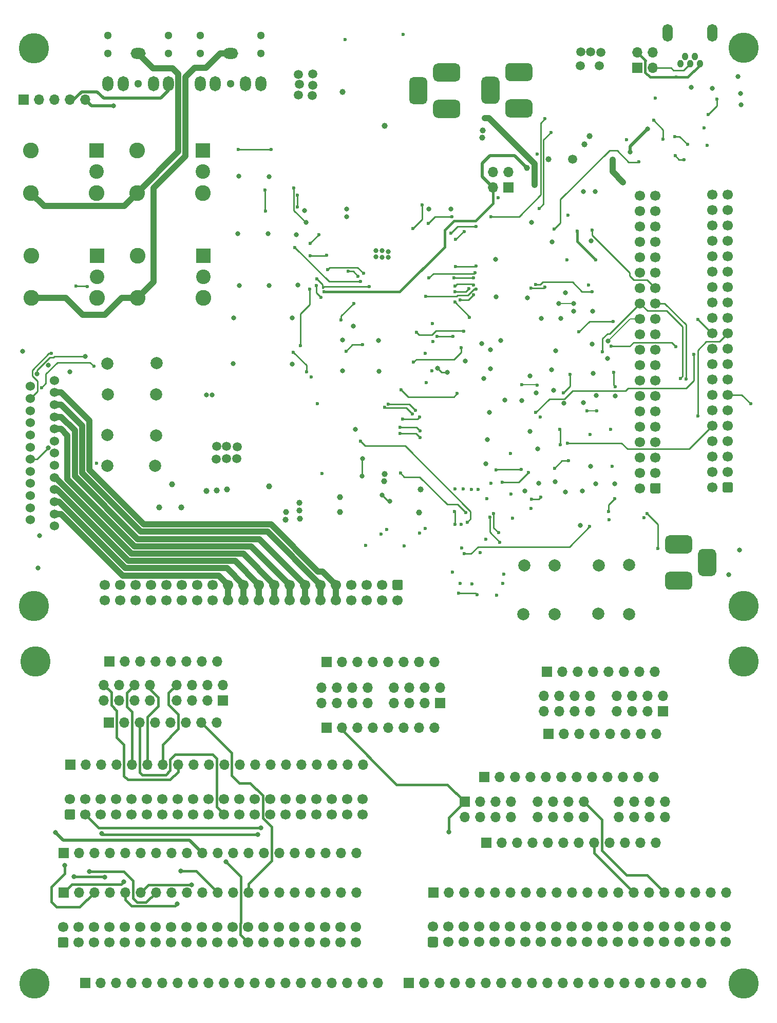
<source format=gbr>
G04 #@! TF.GenerationSoftware,KiCad,Pcbnew,5.1.7-a382d34a8~88~ubuntu20.04.1*
G04 #@! TF.CreationDate,2021-03-14T14:40:06-05:00*
G04 #@! TF.ProjectId,open-dash-daughterboard,6f70656e-2d64-4617-9368-2d6461756768,rev?*
G04 #@! TF.SameCoordinates,Original*
G04 #@! TF.FileFunction,Copper,L4,Bot*
G04 #@! TF.FilePolarity,Positive*
%FSLAX46Y46*%
G04 Gerber Fmt 4.6, Leading zero omitted, Abs format (unit mm)*
G04 Created by KiCad (PCBNEW 5.1.7-a382d34a8~88~ubuntu20.04.1) date 2021-03-14 14:40:06*
%MOMM*%
%LPD*%
G01*
G04 APERTURE LIST*
G04 #@! TA.AperFunction,ComponentPad*
%ADD10C,1.700000*%
G04 #@! TD*
G04 #@! TA.AperFunction,ComponentPad*
%ADD11C,5.000000*%
G04 #@! TD*
G04 #@! TA.AperFunction,ComponentPad*
%ADD12O,1.700000X1.700000*%
G04 #@! TD*
G04 #@! TA.AperFunction,ComponentPad*
%ADD13R,1.700000X1.700000*%
G04 #@! TD*
G04 #@! TA.AperFunction,ComponentPad*
%ADD14O,1.000000X1.300000*%
G04 #@! TD*
G04 #@! TA.AperFunction,ComponentPad*
%ADD15O,1.700000X2.900000*%
G04 #@! TD*
G04 #@! TA.AperFunction,ComponentPad*
%ADD16C,2.400000*%
G04 #@! TD*
G04 #@! TA.AperFunction,ComponentPad*
%ADD17C,2.600000*%
G04 #@! TD*
G04 #@! TA.AperFunction,ComponentPad*
%ADD18R,2.400000X2.400000*%
G04 #@! TD*
G04 #@! TA.AperFunction,ComponentPad*
%ADD19C,1.524000*%
G04 #@! TD*
G04 #@! TA.AperFunction,ComponentPad*
%ADD20O,1.800000X2.500000*%
G04 #@! TD*
G04 #@! TA.AperFunction,ComponentPad*
%ADD21C,1.300000*%
G04 #@! TD*
G04 #@! TA.AperFunction,ComponentPad*
%ADD22O,2.500000X1.800000*%
G04 #@! TD*
G04 #@! TA.AperFunction,ViaPad*
%ADD23C,2.000000*%
G04 #@! TD*
G04 #@! TA.AperFunction,ViaPad*
%ADD24C,1.000000*%
G04 #@! TD*
G04 #@! TA.AperFunction,ViaPad*
%ADD25C,0.800000*%
G04 #@! TD*
G04 #@! TA.AperFunction,ViaPad*
%ADD26C,0.600000*%
G04 #@! TD*
G04 #@! TA.AperFunction,ViaPad*
%ADD27C,1.500000*%
G04 #@! TD*
G04 #@! TA.AperFunction,Conductor*
%ADD28C,0.500000*%
G04 #@! TD*
G04 #@! TA.AperFunction,Conductor*
%ADD29C,0.250000*%
G04 #@! TD*
G04 #@! TA.AperFunction,Conductor*
%ADD30C,0.400000*%
G04 #@! TD*
G04 #@! TA.AperFunction,Conductor*
%ADD31C,1.000000*%
G04 #@! TD*
G04 #@! TA.AperFunction,Conductor*
%ADD32C,0.200000*%
G04 #@! TD*
G04 APERTURE END LIST*
D10*
X204030000Y-72870000D03*
X204030000Y-75410000D03*
X204030000Y-77950000D03*
X204030000Y-80490000D03*
X204030000Y-83030000D03*
X204030000Y-85570000D03*
X204030000Y-88110000D03*
X204030000Y-90650000D03*
X204030000Y-93190000D03*
X204030000Y-95730000D03*
X204030000Y-98270000D03*
X204030000Y-100810000D03*
X204030000Y-103350000D03*
X204030000Y-105890000D03*
X204030000Y-108430000D03*
X204030000Y-110970000D03*
X204030000Y-113510000D03*
X204030000Y-116050000D03*
X204030000Y-118590000D03*
X204030000Y-121130000D03*
X206570000Y-72870000D03*
X206570000Y-75410000D03*
X206570000Y-77950000D03*
X206570000Y-80490000D03*
X206570000Y-83030000D03*
X206570000Y-85570000D03*
X206570000Y-88110000D03*
X206570000Y-90650000D03*
X206570000Y-93190000D03*
X206570000Y-95730000D03*
X206570000Y-98270000D03*
X206570000Y-100810000D03*
X206570000Y-103350000D03*
X206570000Y-105890000D03*
X206570000Y-108430000D03*
X206570000Y-110970000D03*
X206570000Y-113510000D03*
X206570000Y-116050000D03*
X206570000Y-118590000D03*
G04 #@! TA.AperFunction,ComponentPad*
G36*
G01*
X207420000Y-120530000D02*
X207420000Y-121730000D01*
G75*
G02*
X207170000Y-121980000I-250000J0D01*
G01*
X205970000Y-121980000D01*
G75*
G02*
X205720000Y-121730000I0J250000D01*
G01*
X205720000Y-120530000D01*
G75*
G02*
X205970000Y-120280000I250000J0D01*
G01*
X207170000Y-120280000D01*
G75*
G02*
X207420000Y-120530000I0J-250000D01*
G01*
G37*
G04 #@! TD.AperFunction*
X192125000Y-73000000D03*
X192125000Y-75540000D03*
X192125000Y-78080000D03*
X192125000Y-80620000D03*
X192125000Y-83160000D03*
X192125000Y-85700000D03*
X192125000Y-88240000D03*
X192125000Y-90780000D03*
X192125000Y-93320000D03*
X192125000Y-95860000D03*
X192125000Y-98400000D03*
X192125000Y-100940000D03*
X192125000Y-103480000D03*
X192125000Y-106020000D03*
X192125000Y-108560000D03*
X192125000Y-111100000D03*
X192125000Y-113640000D03*
X192125000Y-116180000D03*
X192125000Y-118720000D03*
X192125000Y-121260000D03*
X194665000Y-73000000D03*
X194665000Y-75540000D03*
X194665000Y-78080000D03*
X194665000Y-80620000D03*
X194665000Y-83160000D03*
X194665000Y-85700000D03*
X194665000Y-88240000D03*
X194665000Y-90780000D03*
X194665000Y-93320000D03*
X194665000Y-95860000D03*
X194665000Y-98400000D03*
X194665000Y-100940000D03*
X194665000Y-103480000D03*
X194665000Y-106020000D03*
X194665000Y-108560000D03*
X194665000Y-111100000D03*
X194665000Y-113640000D03*
X194665000Y-116180000D03*
X194665000Y-118720000D03*
G04 #@! TA.AperFunction,ComponentPad*
G36*
G01*
X195515000Y-120660000D02*
X195515000Y-121860000D01*
G75*
G02*
X195265000Y-122110000I-250000J0D01*
G01*
X194065000Y-122110000D01*
G75*
G02*
X193815000Y-121860000I0J250000D01*
G01*
X193815000Y-120660000D01*
G75*
G02*
X194065000Y-120410000I250000J0D01*
G01*
X195265000Y-120410000D01*
G75*
G02*
X195515000Y-120660000I0J-250000D01*
G01*
G37*
G04 #@! TD.AperFunction*
X146400000Y-172510000D03*
X143860000Y-172510000D03*
X141320000Y-172510000D03*
X138780000Y-172510000D03*
X136240000Y-172510000D03*
X133700000Y-172510000D03*
X131160000Y-172510000D03*
X128620000Y-172510000D03*
X126080000Y-172510000D03*
X123540000Y-172510000D03*
X121000000Y-172510000D03*
X118460000Y-172510000D03*
X115920000Y-172510000D03*
X113380000Y-172510000D03*
X110840000Y-172510000D03*
X108300000Y-172510000D03*
X105760000Y-172510000D03*
X103220000Y-172510000D03*
X100680000Y-172510000D03*
X98140000Y-172510000D03*
X146400000Y-175050000D03*
X143860000Y-175050000D03*
X141320000Y-175050000D03*
X138780000Y-175050000D03*
X136240000Y-175050000D03*
X133700000Y-175050000D03*
X131160000Y-175050000D03*
X128620000Y-175050000D03*
X126080000Y-175050000D03*
X123540000Y-175050000D03*
X121000000Y-175050000D03*
X118460000Y-175050000D03*
X115920000Y-175050000D03*
X113380000Y-175050000D03*
X110840000Y-175050000D03*
X108300000Y-175050000D03*
X105760000Y-175050000D03*
X103220000Y-175050000D03*
X100680000Y-175050000D03*
G04 #@! TA.AperFunction,ComponentPad*
G36*
G01*
X98740000Y-175900000D02*
X97540000Y-175900000D01*
G75*
G02*
X97290000Y-175650000I0J250000D01*
G01*
X97290000Y-174450000D01*
G75*
G02*
X97540000Y-174200000I250000J0D01*
G01*
X98740000Y-174200000D01*
G75*
G02*
X98990000Y-174450000I0J-250000D01*
G01*
X98990000Y-175650000D01*
G75*
G02*
X98740000Y-175900000I-250000J0D01*
G01*
G37*
G04 #@! TD.AperFunction*
X206220000Y-193560000D03*
X203680000Y-193560000D03*
X201140000Y-193560000D03*
X198600000Y-193560000D03*
X196060000Y-193560000D03*
X193520000Y-193560000D03*
X190980000Y-193560000D03*
X188440000Y-193560000D03*
X185900000Y-193560000D03*
X183360000Y-193560000D03*
X180820000Y-193560000D03*
X178280000Y-193560000D03*
X175740000Y-193560000D03*
X173200000Y-193560000D03*
X170660000Y-193560000D03*
X168120000Y-193560000D03*
X165580000Y-193560000D03*
X163040000Y-193560000D03*
X160500000Y-193560000D03*
X157960000Y-193560000D03*
X206220000Y-196100000D03*
X203680000Y-196100000D03*
X201140000Y-196100000D03*
X198600000Y-196100000D03*
X196060000Y-196100000D03*
X193520000Y-196100000D03*
X190980000Y-196100000D03*
X188440000Y-196100000D03*
X185900000Y-196100000D03*
X183360000Y-196100000D03*
X180820000Y-196100000D03*
X178280000Y-196100000D03*
X175740000Y-196100000D03*
X173200000Y-196100000D03*
X170660000Y-196100000D03*
X168120000Y-196100000D03*
X165580000Y-196100000D03*
X163040000Y-196100000D03*
X160500000Y-196100000D03*
G04 #@! TA.AperFunction,ComponentPad*
G36*
G01*
X158560000Y-196950000D02*
X157360000Y-196950000D01*
G75*
G02*
X157110000Y-196700000I0J250000D01*
G01*
X157110000Y-195500000D01*
G75*
G02*
X157360000Y-195250000I250000J0D01*
G01*
X158560000Y-195250000D01*
G75*
G02*
X158810000Y-195500000I0J-250000D01*
G01*
X158810000Y-196700000D01*
G75*
G02*
X158560000Y-196950000I-250000J0D01*
G01*
G37*
G04 #@! TD.AperFunction*
X145260000Y-193620000D03*
X142720000Y-193620000D03*
X140180000Y-193620000D03*
X137640000Y-193620000D03*
X135100000Y-193620000D03*
X132560000Y-193620000D03*
X130020000Y-193620000D03*
X127480000Y-193620000D03*
X124940000Y-193620000D03*
X122400000Y-193620000D03*
X119860000Y-193620000D03*
X117320000Y-193620000D03*
X114780000Y-193620000D03*
X112240000Y-193620000D03*
X109700000Y-193620000D03*
X107160000Y-193620000D03*
X104620000Y-193620000D03*
X102080000Y-193620000D03*
X99540000Y-193620000D03*
X97000000Y-193620000D03*
X145260000Y-196160000D03*
X142720000Y-196160000D03*
X140180000Y-196160000D03*
X137640000Y-196160000D03*
X135100000Y-196160000D03*
X132560000Y-196160000D03*
X130020000Y-196160000D03*
X127480000Y-196160000D03*
X124940000Y-196160000D03*
X122400000Y-196160000D03*
X119860000Y-196160000D03*
X117320000Y-196160000D03*
X114780000Y-196160000D03*
X112240000Y-196160000D03*
X109700000Y-196160000D03*
X107160000Y-196160000D03*
X104620000Y-196160000D03*
X102080000Y-196160000D03*
X99540000Y-196160000D03*
G04 #@! TA.AperFunction,ComponentPad*
G36*
G01*
X97600000Y-197010000D02*
X96400000Y-197010000D01*
G75*
G02*
X96150000Y-196760000I0J250000D01*
G01*
X96150000Y-195560000D01*
G75*
G02*
X96400000Y-195310000I250000J0D01*
G01*
X97600000Y-195310000D01*
G75*
G02*
X97850000Y-195560000I0J-250000D01*
G01*
X97850000Y-196760000D01*
G75*
G02*
X97600000Y-197010000I-250000J0D01*
G01*
G37*
G04 #@! TD.AperFunction*
D11*
X92260000Y-202920000D03*
X209160000Y-149820000D03*
X92460000Y-149820000D03*
X209160000Y-202920000D03*
D12*
X194740000Y-179720000D03*
X192200000Y-179720000D03*
X189660000Y-179720000D03*
X187120000Y-179720000D03*
X184580000Y-179720000D03*
X182040000Y-179720000D03*
X179500000Y-179720000D03*
X176960000Y-179720000D03*
X174420000Y-179720000D03*
X171880000Y-179720000D03*
X169340000Y-179720000D03*
D13*
X166800000Y-179720000D03*
D12*
X188600000Y-175520000D03*
X191140000Y-172980000D03*
X196220000Y-175520000D03*
X188600000Y-172980000D03*
X193680000Y-175520000D03*
X196220000Y-172980000D03*
X191140000Y-175520000D03*
X193680000Y-172980000D03*
D13*
X163250000Y-172980000D03*
D12*
X163250000Y-175520000D03*
X165790000Y-172980000D03*
X165790000Y-175520000D03*
X168330000Y-172980000D03*
X168330000Y-175520000D03*
X170870000Y-172980000D03*
X170870000Y-175520000D03*
X175250000Y-172980000D03*
X175250000Y-175520000D03*
X177790000Y-172980000D03*
X177790000Y-175520000D03*
X180330000Y-172980000D03*
X180330000Y-175520000D03*
X182870000Y-172980000D03*
X182870000Y-175520000D03*
X194340000Y-168920000D03*
X191800000Y-168920000D03*
X189260000Y-168920000D03*
X186720000Y-168920000D03*
X184180000Y-168920000D03*
X181640000Y-168920000D03*
X179100000Y-168920000D03*
X176560000Y-168920000D03*
X174020000Y-168920000D03*
X171480000Y-168920000D03*
X168940000Y-168920000D03*
D13*
X166400000Y-168920000D03*
D12*
X146420000Y-166820000D03*
X143880000Y-166820000D03*
X141340000Y-166820000D03*
X138800000Y-166820000D03*
X136260000Y-166820000D03*
X133720000Y-166820000D03*
X131180000Y-166820000D03*
X128640000Y-166820000D03*
X126100000Y-166820000D03*
X123560000Y-166820000D03*
X121020000Y-166820000D03*
X118480000Y-166820000D03*
X115940000Y-166820000D03*
X113400000Y-166820000D03*
X110860000Y-166820000D03*
X108320000Y-166820000D03*
X105780000Y-166820000D03*
X103240000Y-166820000D03*
X100700000Y-166820000D03*
D13*
X98160000Y-166820000D03*
D12*
X145320000Y-181420000D03*
X142780000Y-181420000D03*
X140240000Y-181420000D03*
X137700000Y-181420000D03*
X135160000Y-181420000D03*
X132620000Y-181420000D03*
X130080000Y-181420000D03*
X127540000Y-181420000D03*
X125000000Y-181420000D03*
X122460000Y-181420000D03*
X119920000Y-181420000D03*
X117380000Y-181420000D03*
X114840000Y-181420000D03*
X112300000Y-181420000D03*
X109760000Y-181420000D03*
X107220000Y-181420000D03*
X104680000Y-181420000D03*
X102140000Y-181420000D03*
X99600000Y-181420000D03*
D13*
X97060000Y-181420000D03*
D12*
X194520000Y-151500000D03*
X191980000Y-151500000D03*
X189440000Y-151500000D03*
X186900000Y-151500000D03*
X184360000Y-151500000D03*
X181820000Y-151500000D03*
X179280000Y-151500000D03*
D13*
X176740000Y-151500000D03*
D12*
X176290000Y-155520000D03*
X176290000Y-158060000D03*
X178830000Y-155520000D03*
X178830000Y-158060000D03*
X181370000Y-155520000D03*
X181370000Y-158060000D03*
X183910000Y-155520000D03*
X183910000Y-158060000D03*
X188290000Y-155520000D03*
X188290000Y-158060000D03*
X190830000Y-155520000D03*
X190830000Y-158060000D03*
X193370000Y-155520000D03*
X193370000Y-158060000D03*
X195910000Y-155520000D03*
D13*
X195910000Y-158060000D03*
D12*
X194820000Y-161800000D03*
X192280000Y-161800000D03*
X189740000Y-161800000D03*
X187200000Y-161800000D03*
X184660000Y-161800000D03*
X182120000Y-161800000D03*
X179580000Y-161800000D03*
D13*
X177040000Y-161800000D03*
D12*
X202280000Y-202820000D03*
X199740000Y-202820000D03*
X197200000Y-202820000D03*
X194660000Y-202820000D03*
X192120000Y-202820000D03*
X189580000Y-202820000D03*
X187040000Y-202820000D03*
X184500000Y-202820000D03*
X181960000Y-202820000D03*
X179420000Y-202820000D03*
X176880000Y-202820000D03*
X174340000Y-202820000D03*
X171800000Y-202820000D03*
X169260000Y-202820000D03*
X166720000Y-202820000D03*
X164180000Y-202820000D03*
X161640000Y-202820000D03*
X159100000Y-202820000D03*
X156560000Y-202820000D03*
D13*
X154020000Y-202820000D03*
D12*
X206320000Y-187920000D03*
X203780000Y-187920000D03*
X201240000Y-187920000D03*
X198700000Y-187920000D03*
X196160000Y-187920000D03*
X193620000Y-187920000D03*
X191080000Y-187920000D03*
X188540000Y-187920000D03*
X186000000Y-187920000D03*
X183460000Y-187920000D03*
X180920000Y-187920000D03*
X178380000Y-187920000D03*
X175840000Y-187920000D03*
X173300000Y-187920000D03*
X170760000Y-187920000D03*
X168220000Y-187920000D03*
X165680000Y-187920000D03*
X163140000Y-187920000D03*
X160600000Y-187920000D03*
D13*
X158060000Y-187920000D03*
D12*
X122400000Y-149850000D03*
X119860000Y-149850000D03*
X117320000Y-149850000D03*
X114780000Y-149850000D03*
X112240000Y-149850000D03*
X109700000Y-149850000D03*
X107160000Y-149850000D03*
D13*
X104620000Y-149850000D03*
D12*
X103700000Y-153700000D03*
X103700000Y-156240000D03*
X106240000Y-153700000D03*
X106240000Y-156240000D03*
X108780000Y-153700000D03*
X108780000Y-156240000D03*
X111320000Y-153700000D03*
X111320000Y-156240000D03*
X115700000Y-153700000D03*
X115700000Y-156240000D03*
X118240000Y-153700000D03*
X118240000Y-156240000D03*
X120780000Y-153700000D03*
X120780000Y-156240000D03*
X123320000Y-153700000D03*
D13*
X123320000Y-156240000D03*
D12*
X122350000Y-159890000D03*
X119810000Y-159890000D03*
X117270000Y-159890000D03*
X114730000Y-159890000D03*
X112190000Y-159890000D03*
X109650000Y-159890000D03*
X107110000Y-159890000D03*
D13*
X104570000Y-159890000D03*
D12*
X145320000Y-187920000D03*
X142780000Y-187920000D03*
X140240000Y-187920000D03*
X137700000Y-187920000D03*
X135160000Y-187920000D03*
X132620000Y-187920000D03*
X130080000Y-187920000D03*
X127540000Y-187920000D03*
X125000000Y-187920000D03*
X122460000Y-187920000D03*
X119920000Y-187920000D03*
X117380000Y-187920000D03*
X114840000Y-187920000D03*
X112300000Y-187920000D03*
X109760000Y-187920000D03*
X107220000Y-187920000D03*
X104680000Y-187920000D03*
X102140000Y-187920000D03*
X99600000Y-187920000D03*
D13*
X97060000Y-187920000D03*
D12*
X148920000Y-202820000D03*
X146380000Y-202820000D03*
X143840000Y-202820000D03*
X141300000Y-202820000D03*
X138760000Y-202820000D03*
X136220000Y-202820000D03*
X133680000Y-202820000D03*
X131140000Y-202820000D03*
X128600000Y-202820000D03*
X126060000Y-202820000D03*
X123520000Y-202820000D03*
X120980000Y-202820000D03*
X118440000Y-202820000D03*
X115900000Y-202820000D03*
X113360000Y-202820000D03*
X110820000Y-202820000D03*
X108280000Y-202820000D03*
X105740000Y-202820000D03*
X103200000Y-202820000D03*
D13*
X100660000Y-202820000D03*
D12*
X158210000Y-149920000D03*
X155670000Y-149920000D03*
X153130000Y-149920000D03*
X150590000Y-149920000D03*
X148050000Y-149920000D03*
X145510000Y-149920000D03*
X142970000Y-149920000D03*
D13*
X140430000Y-149920000D03*
D12*
X139570000Y-154130000D03*
X139570000Y-156670000D03*
X142110000Y-154130000D03*
X142110000Y-156670000D03*
X144650000Y-154130000D03*
X144650000Y-156670000D03*
X147190000Y-154130000D03*
X147190000Y-156670000D03*
X151570000Y-154130000D03*
X151570000Y-156670000D03*
X154110000Y-154130000D03*
X154110000Y-156670000D03*
X156650000Y-154130000D03*
X156650000Y-156670000D03*
X159190000Y-154130000D03*
D13*
X159190000Y-156670000D03*
D12*
X158210000Y-160720000D03*
X155670000Y-160720000D03*
X153130000Y-160720000D03*
X150590000Y-160720000D03*
X148050000Y-160720000D03*
X145510000Y-160720000D03*
X142970000Y-160720000D03*
D13*
X140430000Y-160720000D03*
D12*
X194200000Y-49430000D03*
X194200000Y-51970000D03*
X191660000Y-49430000D03*
D13*
X191660000Y-51970000D03*
D14*
X198757400Y-51284600D03*
X201957800Y-51284600D03*
X201170400Y-50090800D03*
X199544800Y-50065400D03*
X200357600Y-51284600D03*
D15*
X196700000Y-46230000D03*
X203989800Y-46230000D03*
G04 #@! TA.AperFunction,ComponentPad*
G36*
G01*
X170640000Y-57160000D02*
X173640000Y-57160000D01*
G75*
G02*
X174390000Y-57910000I0J-750000D01*
G01*
X174390000Y-59410000D01*
G75*
G02*
X173640000Y-60160000I-750000J0D01*
G01*
X170640000Y-60160000D01*
G75*
G02*
X169890000Y-59410000I0J750000D01*
G01*
X169890000Y-57910000D01*
G75*
G02*
X170640000Y-57160000I750000J0D01*
G01*
G37*
G04 #@! TD.AperFunction*
G04 #@! TA.AperFunction,ComponentPad*
G36*
G01*
X170640000Y-51160000D02*
X173640000Y-51160000D01*
G75*
G02*
X174390000Y-51910000I0J-750000D01*
G01*
X174390000Y-53410000D01*
G75*
G02*
X173640000Y-54160000I-750000J0D01*
G01*
X170640000Y-54160000D01*
G75*
G02*
X169890000Y-53410000I0J750000D01*
G01*
X169890000Y-51910000D01*
G75*
G02*
X170640000Y-51160000I750000J0D01*
G01*
G37*
G04 #@! TD.AperFunction*
G04 #@! TA.AperFunction,ComponentPad*
G36*
G01*
X166690000Y-53410000D02*
X168190000Y-53410000D01*
G75*
G02*
X168940000Y-54160000I0J-750000D01*
G01*
X168940000Y-57160000D01*
G75*
G02*
X168190000Y-57910000I-750000J0D01*
G01*
X166690000Y-57910000D01*
G75*
G02*
X165940000Y-57160000I0J750000D01*
G01*
X165940000Y-54160000D01*
G75*
G02*
X166690000Y-53410000I750000J0D01*
G01*
G37*
G04 #@! TD.AperFunction*
D10*
X103900000Y-139740000D03*
X106440000Y-139740000D03*
X108980000Y-139740000D03*
X111520000Y-139740000D03*
X114060000Y-139740000D03*
X116600000Y-139740000D03*
X119140000Y-139740000D03*
X121680000Y-139740000D03*
X124220000Y-139740000D03*
X126760000Y-139740000D03*
X129300000Y-139740000D03*
X131840000Y-139740000D03*
X134380000Y-139740000D03*
X136920000Y-139740000D03*
X139460000Y-139740000D03*
X142000000Y-139740000D03*
X144540000Y-139740000D03*
X147080000Y-139740000D03*
X149620000Y-139740000D03*
X152160000Y-139740000D03*
X103900000Y-137200000D03*
X106440000Y-137200000D03*
X108980000Y-137200000D03*
X111520000Y-137200000D03*
X114060000Y-137200000D03*
X116600000Y-137200000D03*
X119140000Y-137200000D03*
X121680000Y-137200000D03*
X124220000Y-137200000D03*
X126760000Y-137200000D03*
X129300000Y-137200000D03*
X131840000Y-137200000D03*
X134380000Y-137200000D03*
X136920000Y-137200000D03*
X139460000Y-137200000D03*
X142000000Y-137200000D03*
X144540000Y-137200000D03*
X147080000Y-137200000D03*
X149620000Y-137200000D03*
G04 #@! TA.AperFunction,ComponentPad*
G36*
G01*
X151560000Y-136350000D02*
X152760000Y-136350000D01*
G75*
G02*
X153010000Y-136600000I0J-250000D01*
G01*
X153010000Y-137800000D01*
G75*
G02*
X152760000Y-138050000I-250000J0D01*
G01*
X151560000Y-138050000D01*
G75*
G02*
X151310000Y-137800000I0J250000D01*
G01*
X151310000Y-136600000D01*
G75*
G02*
X151560000Y-136350000I250000J0D01*
G01*
G37*
G04 #@! TD.AperFunction*
D11*
X209160000Y-48620000D03*
X209160000Y-140720000D03*
X92200000Y-48700000D03*
X92200000Y-140700000D03*
D16*
X102475001Y-69075001D03*
D17*
X102475001Y-72575001D03*
D18*
X102475001Y-65575001D03*
D17*
X91675001Y-72575001D03*
X91675001Y-65575001D03*
D16*
X120025001Y-69075001D03*
D17*
X120025001Y-72575001D03*
D18*
X120025001Y-65575001D03*
D17*
X109225001Y-72575001D03*
X109225001Y-65575001D03*
D12*
X167870000Y-69120000D03*
X170410000Y-69120000D03*
X167870000Y-71660000D03*
D13*
X170410000Y-71660000D03*
G04 #@! TA.AperFunction,ComponentPad*
G36*
G01*
X158750000Y-57230000D02*
X161750000Y-57230000D01*
G75*
G02*
X162500000Y-57980000I0J-750000D01*
G01*
X162500000Y-59480000D01*
G75*
G02*
X161750000Y-60230000I-750000J0D01*
G01*
X158750000Y-60230000D01*
G75*
G02*
X158000000Y-59480000I0J750000D01*
G01*
X158000000Y-57980000D01*
G75*
G02*
X158750000Y-57230000I750000J0D01*
G01*
G37*
G04 #@! TD.AperFunction*
G04 #@! TA.AperFunction,ComponentPad*
G36*
G01*
X158750000Y-51230000D02*
X161750000Y-51230000D01*
G75*
G02*
X162500000Y-51980000I0J-750000D01*
G01*
X162500000Y-53480000D01*
G75*
G02*
X161750000Y-54230000I-750000J0D01*
G01*
X158750000Y-54230000D01*
G75*
G02*
X158000000Y-53480000I0J750000D01*
G01*
X158000000Y-51980000D01*
G75*
G02*
X158750000Y-51230000I750000J0D01*
G01*
G37*
G04 #@! TD.AperFunction*
G04 #@! TA.AperFunction,ComponentPad*
G36*
G01*
X154800000Y-53480000D02*
X156300000Y-53480000D01*
G75*
G02*
X157050000Y-54230000I0J-750000D01*
G01*
X157050000Y-57230000D01*
G75*
G02*
X156300000Y-57980000I-750000J0D01*
G01*
X154800000Y-57980000D01*
G75*
G02*
X154050000Y-57230000I0J750000D01*
G01*
X154050000Y-54230000D01*
G75*
G02*
X154800000Y-53480000I750000J0D01*
G01*
G37*
G04 #@! TD.AperFunction*
G04 #@! TA.AperFunction,ComponentPad*
G36*
G01*
X199985000Y-132020000D02*
X196985000Y-132020000D01*
G75*
G02*
X196235000Y-131270000I0J750000D01*
G01*
X196235000Y-129770000D01*
G75*
G02*
X196985000Y-129020000I750000J0D01*
G01*
X199985000Y-129020000D01*
G75*
G02*
X200735000Y-129770000I0J-750000D01*
G01*
X200735000Y-131270000D01*
G75*
G02*
X199985000Y-132020000I-750000J0D01*
G01*
G37*
G04 #@! TD.AperFunction*
G04 #@! TA.AperFunction,ComponentPad*
G36*
G01*
X199985000Y-138020000D02*
X196985000Y-138020000D01*
G75*
G02*
X196235000Y-137270000I0J750000D01*
G01*
X196235000Y-135770000D01*
G75*
G02*
X196985000Y-135020000I750000J0D01*
G01*
X199985000Y-135020000D01*
G75*
G02*
X200735000Y-135770000I0J-750000D01*
G01*
X200735000Y-137270000D01*
G75*
G02*
X199985000Y-138020000I-750000J0D01*
G01*
G37*
G04 #@! TD.AperFunction*
G04 #@! TA.AperFunction,ComponentPad*
G36*
G01*
X203935000Y-135770000D02*
X202435000Y-135770000D01*
G75*
G02*
X201685000Y-135020000I0J750000D01*
G01*
X201685000Y-132020000D01*
G75*
G02*
X202435000Y-131270000I750000J0D01*
G01*
X203935000Y-131270000D01*
G75*
G02*
X204685000Y-132020000I0J-750000D01*
G01*
X204685000Y-135020000D01*
G75*
G02*
X203935000Y-135770000I-750000J0D01*
G01*
G37*
G04 #@! TD.AperFunction*
D19*
X91599500Y-120489600D03*
X91599500Y-118495700D03*
X91599500Y-110494700D03*
X91599500Y-124490100D03*
X91599500Y-114495200D03*
X91599500Y-122496200D03*
X91599500Y-112488600D03*
X91599500Y-116489100D03*
X91599500Y-104487600D03*
X91599500Y-126496700D03*
X91599500Y-106494200D03*
X91599500Y-108488100D03*
X95600000Y-109491400D03*
X95600000Y-107497500D03*
X95600000Y-103497000D03*
X95600000Y-105490900D03*
X95600000Y-111498000D03*
X95600000Y-117492400D03*
X95600000Y-115498500D03*
X95600000Y-113491900D03*
X95600000Y-119499000D03*
X95600000Y-121492900D03*
X95600000Y-123499500D03*
X95600000Y-125493400D03*
X95600000Y-127500000D03*
D13*
X90500000Y-57200000D03*
D12*
X93040000Y-57200000D03*
X95580000Y-57200000D03*
X98120000Y-57200000D03*
X100660000Y-57200000D03*
D20*
X127101900Y-54600000D03*
X122098100Y-54600000D03*
X119596200Y-54600000D03*
X129603800Y-54600000D03*
D21*
X124600000Y-54600000D03*
D22*
X124600000Y-49596200D03*
D21*
X129603800Y-49596200D03*
X119596200Y-49596200D03*
X119596200Y-46586300D03*
X129603800Y-46586300D03*
D20*
X111901900Y-54600000D03*
X106898100Y-54600000D03*
X104396200Y-54600000D03*
X114403800Y-54600000D03*
D21*
X109400000Y-54600000D03*
D22*
X109400000Y-49596200D03*
D21*
X114403800Y-49596200D03*
X104396200Y-49596200D03*
X104396200Y-46586300D03*
X114403800Y-46586300D03*
D16*
X102575001Y-86425001D03*
D17*
X102575001Y-89925001D03*
D18*
X102575001Y-82925001D03*
D17*
X91775001Y-89925001D03*
X91775001Y-82925001D03*
D16*
X120125001Y-86425001D03*
D17*
X120125001Y-89925001D03*
D18*
X120125001Y-82925001D03*
D17*
X109325001Y-89925001D03*
X109325001Y-82925001D03*
D23*
X178020000Y-133990000D03*
X173020000Y-133990000D03*
X185310000Y-134020000D03*
X190290000Y-133950000D03*
X104270000Y-112530000D03*
X104290000Y-117560000D03*
D24*
X115000000Y-120630000D03*
D25*
X121540000Y-105920000D03*
X120640000Y-105910000D03*
D23*
X104320000Y-100730000D03*
X104380000Y-105830000D03*
D24*
X150000000Y-61530000D03*
X143090000Y-55930000D03*
D25*
X181130000Y-92100000D03*
X184270000Y-92090000D03*
X187990000Y-106050000D03*
X175440000Y-120470000D03*
X184830000Y-120500000D03*
X187940000Y-120540000D03*
X206740000Y-135560000D03*
D24*
X122340000Y-121610000D03*
X120630000Y-121720000D03*
D26*
X168720000Y-73390000D03*
X187050000Y-126460000D03*
D25*
X184915879Y-105983783D03*
X186770000Y-99860000D03*
X177490000Y-101740000D03*
X172600000Y-106780000D03*
X169790000Y-106760000D03*
D26*
X175680000Y-109550000D03*
D25*
X178090000Y-120210000D03*
D26*
X170790000Y-115540000D03*
X187250000Y-111590000D03*
X187520000Y-117690000D03*
X183600000Y-87760000D03*
X171075994Y-126223462D03*
D25*
X184180000Y-97494979D03*
D24*
X166180000Y-62250000D03*
X166140000Y-63490000D03*
D23*
X172860000Y-142030000D03*
X178060000Y-142080000D03*
X185260000Y-141990000D03*
X190280000Y-142010000D03*
X112380000Y-112560000D03*
X112210000Y-117600000D03*
D24*
X142680000Y-125220000D03*
X142630000Y-122780000D03*
X149935596Y-120108283D03*
D26*
X156720000Y-127910000D03*
X155770000Y-128700000D03*
X149460000Y-128830000D03*
D25*
X125150000Y-93160000D03*
X134780000Y-93150000D03*
D23*
X112400000Y-100670000D03*
X112350000Y-105840000D03*
D27*
X182330000Y-49290000D03*
X183930000Y-49370000D03*
X185640000Y-49440000D03*
X182290000Y-51600000D03*
X185380000Y-51600000D03*
X135830000Y-53050000D03*
X135980000Y-54670000D03*
X135810000Y-56410000D03*
X138160000Y-52990000D03*
X138160000Y-54810000D03*
X138050000Y-56560000D03*
D25*
X143730000Y-75220000D03*
X136840000Y-75470000D03*
X130820000Y-79300000D03*
X125830000Y-79340000D03*
X125990000Y-69840000D03*
X130990000Y-69920000D03*
X126050000Y-87820000D03*
X130950000Y-87830000D03*
X93160000Y-129110000D03*
X92850000Y-134400000D03*
X173150000Y-121750000D03*
X179090000Y-93300000D03*
X175880000Y-93250000D03*
D27*
X123970000Y-114390000D03*
X125700000Y-114420000D03*
X122290000Y-114320000D03*
X122210000Y-116490000D03*
X123930000Y-116430000D03*
X125650000Y-116400000D03*
D26*
X139650000Y-118870000D03*
D25*
X149010000Y-96910000D03*
X149070000Y-102000000D03*
X143070000Y-101940000D03*
X143080000Y-96860000D03*
X144880000Y-94520000D03*
X160900000Y-75260000D03*
X157320000Y-75280000D03*
X174990000Y-105520000D03*
X168400000Y-89750000D03*
X168330000Y-83570000D03*
X174190000Y-77460000D03*
X174010000Y-102740000D03*
X184040000Y-80530000D03*
X182810000Y-72360000D03*
X184760000Y-72360000D03*
X200530000Y-55180000D03*
X208230000Y-53360000D03*
X208690000Y-56190000D03*
X208790000Y-58060000D03*
X177630000Y-80640000D03*
D26*
X138930000Y-107290000D03*
D25*
X208550000Y-131420000D03*
X167450000Y-101570000D03*
X163300000Y-100270000D03*
D26*
X150380000Y-128045010D03*
D25*
X98150000Y-102070000D03*
X94560000Y-100960000D03*
X90325010Y-98721398D03*
D24*
X130988371Y-120974436D03*
X112840000Y-124420000D03*
X116520000Y-124450000D03*
X124010000Y-121470000D03*
D26*
X102540000Y-117160000D03*
X202640000Y-61900000D03*
X203210000Y-64770000D03*
D27*
X181040000Y-67060000D03*
D26*
X194630000Y-56990000D03*
D25*
X204003315Y-55361333D03*
D26*
X180230000Y-76230000D03*
X180070000Y-83660000D03*
D25*
X173526294Y-89925010D03*
D26*
X157810000Y-101940000D03*
D25*
X182750000Y-107190000D03*
X183960000Y-117680000D03*
X184355837Y-102319990D03*
X182570000Y-121760000D03*
X179835033Y-121915033D03*
D26*
X174130000Y-124590000D03*
D25*
X179811878Y-89052802D03*
D26*
X143470000Y-47340000D03*
X153080000Y-46430000D03*
D25*
X182293283Y-127419991D03*
D26*
X156855010Y-103899352D03*
D25*
X167283631Y-108764979D03*
D26*
X183838787Y-112389975D03*
D25*
X166985161Y-113224839D03*
X175230000Y-114745010D03*
X177838879Y-105155837D03*
X173990000Y-111924957D03*
X145194990Y-111590000D03*
D26*
X189920000Y-63770000D03*
D25*
X178247721Y-98604979D03*
X179553439Y-107265010D03*
D26*
X157890000Y-94110000D03*
D24*
X182970000Y-64580000D03*
X183790000Y-63220000D03*
D25*
X149580000Y-82140000D03*
X149600000Y-83210000D03*
X150570000Y-82230000D03*
X150600000Y-83240000D03*
X148560000Y-82140000D03*
X148540000Y-83130000D03*
D26*
X175134979Y-66180000D03*
D24*
X177035010Y-67000000D03*
X133710000Y-126440000D03*
X133730000Y-125210000D03*
D26*
X162440000Y-136930000D03*
D24*
X155690691Y-125254990D03*
D25*
X166670000Y-117234948D03*
D26*
X164290000Y-121510000D03*
X169654968Y-135440000D03*
X166656709Y-129708482D03*
X162650000Y-127200000D03*
X170845055Y-122200000D03*
X161590000Y-121360000D03*
X203360000Y-59680000D03*
X204780000Y-57120000D03*
X181739999Y-78879999D03*
X184780000Y-83600000D03*
X140020000Y-88900000D03*
D25*
X190510000Y-65800000D03*
X193400000Y-62060000D03*
D24*
X173430000Y-68440000D03*
X150000000Y-118910000D03*
X155940000Y-121440000D03*
D26*
X146920000Y-130720000D03*
X153220000Y-130760000D03*
D25*
X134780000Y-100770000D03*
X125070000Y-100730000D03*
X135480000Y-79440000D03*
X135730000Y-87740000D03*
X165990000Y-97430000D03*
X167450000Y-98470000D03*
X169110000Y-96890000D03*
X166360000Y-103200000D03*
X143770000Y-76490000D03*
X137030000Y-77460000D03*
D26*
X137870000Y-102960000D03*
X157937191Y-97104052D03*
X156735010Y-99050000D03*
X135030000Y-71760000D03*
X167500000Y-76480000D03*
X176470000Y-60350000D03*
D24*
X136010000Y-126290000D03*
X135990000Y-123680000D03*
X136000000Y-124950000D03*
D26*
X166820883Y-122999729D03*
X161230000Y-135140000D03*
X164387949Y-137051450D03*
X167553637Y-120457195D03*
X165795799Y-131863772D03*
X162720000Y-131110000D03*
X168502334Y-138884990D03*
X169490000Y-136960000D03*
X165430000Y-121440000D03*
X163010011Y-121408614D03*
D24*
X166500000Y-60270000D03*
X174754979Y-71250000D03*
X187580000Y-67150000D03*
X189290000Y-70800000D03*
D26*
X95100000Y-99070000D03*
D25*
X94565021Y-114613138D03*
X186820000Y-97000000D03*
D26*
X199700000Y-103290000D03*
X184250000Y-78700000D03*
X168800000Y-128620000D03*
X167970215Y-125425886D03*
X210340000Y-107340000D03*
X168980000Y-130150000D03*
X167336631Y-126079471D03*
X174940000Y-108760000D03*
X200970000Y-99170000D03*
X201661726Y-109331519D03*
X138840000Y-86750000D03*
X147490000Y-88060000D03*
X157290000Y-86610000D03*
X164900000Y-85730000D03*
X177990000Y-78530000D03*
X191910000Y-67480000D03*
X180120000Y-113850000D03*
X198760000Y-103140000D03*
X185950000Y-98810000D03*
X161980000Y-105650000D03*
X152730000Y-105030000D03*
X192764454Y-126135237D03*
X163130000Y-132050000D03*
X183830000Y-127580000D03*
X195060000Y-131210000D03*
X193299025Y-125462613D03*
D25*
X150898544Y-123446776D03*
X149603074Y-122413262D03*
D26*
X161630000Y-127190000D03*
X161490000Y-125140000D03*
D25*
X160320000Y-102150000D03*
X158770000Y-101510000D03*
D26*
X163100000Y-78930000D03*
X161720000Y-80270000D03*
X160930000Y-79220000D03*
X165053467Y-78087476D03*
X162190000Y-138560000D03*
X165250000Y-138830000D03*
X143980000Y-85490000D03*
X145630000Y-86300000D03*
X165100000Y-88420000D03*
X174920000Y-87680000D03*
X184250000Y-88830000D03*
X156754990Y-89616140D03*
X137760000Y-80900000D03*
X139140000Y-79490000D03*
X157180000Y-77620000D03*
X161080000Y-76480000D03*
X199410000Y-67070000D03*
X197910000Y-66470000D03*
X194350000Y-60590000D03*
X195940000Y-63710000D03*
X199950000Y-64610000D03*
X197860000Y-63260000D03*
X136120000Y-97770000D03*
X137660000Y-88410000D03*
X137770000Y-82910000D03*
X140460000Y-82850000D03*
X142860000Y-93510000D03*
X144930000Y-90800000D03*
X154700000Y-78460000D03*
X156190000Y-74590000D03*
X130310000Y-72070000D03*
X130410000Y-75590000D03*
X135230000Y-81550000D03*
X146053529Y-87185010D03*
X161730000Y-84700000D03*
X165110000Y-84660000D03*
X175480000Y-75120000D03*
X177420000Y-62590000D03*
X93447326Y-104675043D03*
X102080000Y-101180000D03*
X140585010Y-85211599D03*
X146501925Y-85854990D03*
X99160000Y-87970000D03*
X100980000Y-88000000D03*
X173710000Y-118670000D03*
X178030000Y-117960000D03*
X180290000Y-116750000D03*
X169426544Y-120280067D03*
X172520000Y-118140000D03*
X168413204Y-118274979D03*
X152594957Y-112243615D03*
X155885021Y-112918118D03*
X155800705Y-109509148D03*
X152968561Y-109882696D03*
X178970000Y-114100000D03*
X178860000Y-111520000D03*
X179470000Y-105540000D03*
X180540000Y-102490000D03*
X162490000Y-90200000D03*
X176440000Y-88110000D03*
X164690000Y-89355010D03*
X174180000Y-88305010D03*
X158660000Y-96200000D03*
X161290000Y-96240000D03*
X155860600Y-111829385D03*
X152594957Y-111211879D03*
X161594990Y-90570000D03*
X164012062Y-93093668D03*
X161640000Y-88860000D03*
X163888913Y-88367189D03*
X161630000Y-87930000D03*
X164653239Y-87756356D03*
D25*
X146310000Y-119300000D03*
X146389165Y-116425010D03*
D26*
X161480000Y-86590000D03*
X164690872Y-86570000D03*
X154760000Y-100490000D03*
X162640000Y-98140000D03*
X187390000Y-97860000D03*
X198050000Y-97940000D03*
X143640000Y-98660000D03*
X146350000Y-97630000D03*
X155250000Y-95600000D03*
X182040000Y-95480000D03*
X187690000Y-93750000D03*
X201670000Y-93440000D03*
X163030000Y-95350000D03*
X125870000Y-65460000D03*
X131290000Y-65450000D03*
X139480000Y-89810000D03*
X135655010Y-74880000D03*
X135655010Y-72963380D03*
X138751524Y-87816714D03*
X146040000Y-113540000D03*
X137140000Y-102100000D03*
X134980000Y-98840000D03*
X163660000Y-126850000D03*
X152600000Y-118780000D03*
X163350000Y-125290000D03*
X198080000Y-53510000D03*
X186970000Y-125150000D03*
X187920000Y-123030000D03*
X174220000Y-123090000D03*
X175780000Y-122700000D03*
X187770000Y-102200000D03*
X188030713Y-104564990D03*
X185020000Y-108490000D03*
X183390000Y-108480000D03*
X172650000Y-104220000D03*
X175180000Y-104250000D03*
D25*
X181180000Y-90820000D03*
X178750000Y-90830000D03*
X129120000Y-178400000D03*
X103350000Y-178210000D03*
X129640000Y-177239990D03*
X160640000Y-177930000D03*
X123841888Y-182855475D03*
X95760000Y-178020000D03*
X98820000Y-185280000D03*
X103860000Y-185380000D03*
X116437084Y-184409017D03*
X101310000Y-184460000D03*
X115840000Y-189770000D03*
X97300000Y-183410000D03*
X106970000Y-186160021D03*
X118211376Y-186647200D03*
X100667510Y-99524043D03*
X92665010Y-102408823D03*
D26*
X154550000Y-109030000D03*
X149990000Y-107880000D03*
X155131379Y-108440345D03*
X150616807Y-107382877D03*
D25*
X105270000Y-58200000D03*
D28*
X123930000Y-116430000D02*
X123940000Y-116420000D01*
D29*
X204780000Y-58260000D02*
X204780000Y-57120000D01*
X203360000Y-59680000D02*
X204780000Y-58260000D01*
D30*
X181739999Y-80559999D02*
X184780000Y-83600000D01*
X181739999Y-78879999D02*
X181739999Y-80559999D01*
X140020000Y-88900000D02*
X152480000Y-88900000D01*
X152480000Y-88900000D02*
X159910000Y-81470000D01*
X159910000Y-81470000D02*
X159910000Y-78720000D01*
X159910000Y-78720000D02*
X161410000Y-77220000D01*
X161410000Y-77220000D02*
X164990000Y-77220000D01*
X167870000Y-74340000D02*
X167870000Y-71660000D01*
X164990000Y-77220000D02*
X167870000Y-74340000D01*
D28*
X167870000Y-71660000D02*
X166130000Y-69920000D01*
X166130000Y-69920000D02*
X166130000Y-67720000D01*
X166130000Y-67720000D02*
X167410000Y-66440000D01*
X190510000Y-64950000D02*
X193400000Y-62060000D01*
X190510000Y-65800000D02*
X190510000Y-64950000D01*
X171430000Y-66440000D02*
X173430000Y-68440000D01*
X167410000Y-66440000D02*
X171430000Y-66440000D01*
D29*
X135030000Y-75460000D02*
X137030000Y-77460000D01*
X135030000Y-71760000D02*
X135030000Y-75460000D01*
X167500000Y-76480000D02*
X172180000Y-76480000D01*
X175759989Y-72900011D02*
X175759989Y-61060011D01*
X172180000Y-76480000D02*
X175759989Y-72900011D01*
X175759989Y-61060011D02*
X176470000Y-60350000D01*
D31*
X166500000Y-60270000D02*
X167207106Y-60270000D01*
X174754979Y-67817873D02*
X174754979Y-71250000D01*
X167207106Y-60270000D02*
X174754979Y-67817873D01*
X187580000Y-69090000D02*
X189290000Y-70800000D01*
X187580000Y-67150000D02*
X187580000Y-69090000D01*
D29*
X92812977Y-103622977D02*
X91940000Y-102750000D01*
X91940000Y-102750000D02*
X91940000Y-101805736D01*
X92812977Y-105280723D02*
X92812977Y-103622977D01*
X91599500Y-106494200D02*
X92812977Y-105280723D01*
X91940000Y-101805736D02*
X94675736Y-99070000D01*
X94675736Y-99070000D02*
X95100000Y-99070000D01*
X92689059Y-116489100D02*
X94565021Y-114613138D01*
X91599500Y-116489100D02*
X92689059Y-116489100D01*
X194200000Y-51970000D02*
X197230000Y-51970000D01*
X197230000Y-51970000D02*
X197620000Y-52360000D01*
X199282200Y-52360000D02*
X200357600Y-51284600D01*
X197620000Y-52360000D02*
X199282200Y-52360000D01*
D32*
X190500000Y-93320000D02*
X192125000Y-93320000D01*
X186820000Y-97000000D02*
X190500000Y-93320000D01*
D29*
X199700000Y-94290000D02*
X199700000Y-103290000D01*
X196190000Y-90780000D02*
X199700000Y-94290000D01*
X194665000Y-90780000D02*
X196190000Y-90780000D01*
X184250000Y-79564002D02*
X190390000Y-85704002D01*
X184250000Y-78700000D02*
X184250000Y-79564002D01*
X190390000Y-85704002D02*
X190390000Y-86240000D01*
X190390000Y-86240000D02*
X191040000Y-86890000D01*
X193315000Y-86890000D02*
X194665000Y-88240000D01*
X191040000Y-86890000D02*
X193315000Y-86890000D01*
X168800000Y-128620000D02*
X167970215Y-127790215D01*
X167970215Y-127790215D02*
X167970215Y-125425886D01*
X208890000Y-105890000D02*
X206570000Y-105890000D01*
X210340000Y-107340000D02*
X208890000Y-105890000D01*
X168980000Y-130150000D02*
X167336631Y-128506631D01*
X167336631Y-128506631D02*
X167336631Y-126079471D01*
X174940000Y-108760000D02*
X177160000Y-106540000D01*
X177160000Y-106540000D02*
X179670000Y-106540000D01*
X179670000Y-106540000D02*
X181020000Y-105190000D01*
X181020000Y-105190000D02*
X189750000Y-105190000D01*
X189750000Y-105190000D02*
X190180000Y-104760000D01*
X190180000Y-104760000D02*
X199710000Y-104760000D01*
X200970000Y-103500000D02*
X200970000Y-99170000D01*
X199710000Y-104760000D02*
X200970000Y-103500000D01*
X203055001Y-97094999D02*
X201661726Y-98488274D01*
X201661726Y-98488274D02*
X201661726Y-109331519D01*
X206570000Y-95730000D02*
X205205001Y-97094999D01*
X205205001Y-97094999D02*
X203055001Y-97094999D01*
X138840000Y-86750000D02*
X139810000Y-87720000D01*
X139810000Y-87720000D02*
X139810000Y-88290000D01*
X140040000Y-88060000D02*
X147490000Y-88060000D01*
X139810000Y-88290000D02*
X140040000Y-88060000D01*
X157290000Y-86610000D02*
X158020000Y-85880000D01*
X164750000Y-85880000D02*
X164900000Y-85730000D01*
X158020000Y-85880000D02*
X164750000Y-85880000D01*
X177990000Y-78530000D02*
X179000000Y-77520000D01*
X179000000Y-77520000D02*
X179000000Y-73650000D01*
X179000000Y-73650000D02*
X187080000Y-65570000D01*
X187080000Y-65570000D02*
X188340000Y-65570000D01*
X188340000Y-65570000D02*
X190270000Y-67500000D01*
X191890000Y-67500000D02*
X191910000Y-67480000D01*
X190270000Y-67500000D02*
X191890000Y-67500000D01*
X180120000Y-113850000D02*
X189060000Y-113850000D01*
X200184999Y-114815001D02*
X204030000Y-110970000D01*
X190025001Y-114815001D02*
X200184999Y-114815001D01*
X189060000Y-113850000D02*
X190025001Y-114815001D01*
X192125000Y-90780000D02*
X193355000Y-92010000D01*
X193355000Y-92010000D02*
X196520000Y-92010000D01*
X196520000Y-92010000D02*
X199150000Y-94640000D01*
X199150000Y-102750000D02*
X198760000Y-103140000D01*
X199150000Y-94640000D02*
X199150000Y-102750000D01*
X192125000Y-90780000D02*
X192125000Y-91325000D01*
X192125000Y-90780000D02*
X187065000Y-95840000D01*
X187065000Y-95840000D02*
X186720000Y-95840000D01*
X185950000Y-96610000D02*
X185950000Y-98810000D01*
X186720000Y-95840000D02*
X185950000Y-96610000D01*
X161980000Y-105650000D02*
X161430000Y-106200000D01*
X153900000Y-106200000D02*
X152730000Y-105030000D01*
X161430000Y-106200000D02*
X153900000Y-106200000D01*
X163130000Y-132050000D02*
X164270000Y-132050000D01*
X164270000Y-132050000D02*
X165410000Y-130910000D01*
X180500000Y-130910000D02*
X183830000Y-127580000D01*
X165410000Y-130910000D02*
X180500000Y-130910000D01*
X195060000Y-127223588D02*
X193299025Y-125462613D01*
X195060000Y-131210000D02*
X195060000Y-127223588D01*
X150636588Y-123446776D02*
X150898544Y-123446776D01*
X149603074Y-122413262D02*
X150636588Y-123446776D01*
X161630000Y-125280000D02*
X161490000Y-125140000D01*
X161630000Y-127190000D02*
X161630000Y-125280000D01*
X159410000Y-102150000D02*
X158770000Y-101510000D01*
X160320000Y-102150000D02*
X159410000Y-102150000D01*
X163060000Y-78930000D02*
X161720000Y-80270000D01*
X163100000Y-78930000D02*
X163060000Y-78930000D01*
X160930000Y-79220000D02*
X162062524Y-78087476D01*
X162062524Y-78087476D02*
X165053467Y-78087476D01*
X162190000Y-138560000D02*
X164980000Y-138560000D01*
X164980000Y-138560000D02*
X165250000Y-138830000D01*
X144820000Y-85490000D02*
X145630000Y-86300000D01*
X143980000Y-85490000D02*
X144820000Y-85490000D01*
X174920000Y-87680000D02*
X175640000Y-87680000D01*
X175640000Y-87680000D02*
X176060000Y-87260000D01*
X176060000Y-87260000D02*
X180970000Y-87260000D01*
X180970000Y-87260000D02*
X182540000Y-88830000D01*
X182540000Y-88830000D02*
X184250000Y-88830000D01*
X165100000Y-88420000D02*
X164720000Y-88420000D01*
X164720000Y-88420000D02*
X163690000Y-89450000D01*
X161863860Y-89616140D02*
X156754990Y-89616140D01*
X163690000Y-89450000D02*
X162030000Y-89450000D01*
X162030000Y-89450000D02*
X161863860Y-89616140D01*
X137760000Y-80870000D02*
X139140000Y-79490000D01*
X137760000Y-80900000D02*
X137760000Y-80870000D01*
X158320000Y-76480000D02*
X161080000Y-76480000D01*
X157180000Y-77620000D02*
X158320000Y-76480000D01*
D31*
X129300000Y-137200000D02*
X129300000Y-139740000D01*
X125349982Y-133249982D02*
X129300000Y-137200000D01*
X95600000Y-121492900D02*
X96037547Y-121492900D01*
X96037547Y-121492900D02*
X107794629Y-133249982D01*
X107794629Y-133249982D02*
X125349982Y-133249982D01*
X136920000Y-137200000D02*
X136920000Y-139740000D01*
X98919978Y-111733748D02*
X98919978Y-119284120D01*
X129369949Y-129649949D02*
X136920000Y-137200000D01*
X96677630Y-109491400D02*
X98919978Y-111733748D01*
X109285807Y-129649949D02*
X129369949Y-129649949D01*
X95600000Y-109491400D02*
X96677630Y-109491400D01*
X98919978Y-119284120D02*
X109285807Y-129649949D01*
X124220000Y-137200000D02*
X124220000Y-139740000D01*
X106800505Y-135649999D02*
X122669999Y-135649999D01*
X95600000Y-125493400D02*
X96643906Y-125493400D01*
X122669999Y-135649999D02*
X124220000Y-137200000D01*
X96643906Y-125493400D02*
X106800505Y-135649999D01*
X96677630Y-105490900D02*
X101320000Y-110133270D01*
X95600000Y-105490900D02*
X96677630Y-105490900D01*
X101320000Y-110133270D02*
X101320000Y-118290001D01*
X110279921Y-127249922D02*
X131319922Y-127249922D01*
X101320000Y-118290001D02*
X110279921Y-127249922D01*
X131319922Y-127249922D02*
X139050000Y-134980000D01*
X139780000Y-134980000D02*
X142000000Y-137200000D01*
X139050000Y-134980000D02*
X139780000Y-134980000D01*
X142000000Y-137200000D02*
X142000000Y-139740000D01*
X95600000Y-107497500D02*
X96677630Y-107497500D01*
X96677630Y-107497500D02*
X100119989Y-110939859D01*
X100119989Y-110939859D02*
X100119989Y-118787060D01*
X109782867Y-128449938D02*
X130709938Y-128449938D01*
X130709938Y-128449938D02*
X139460000Y-137200000D01*
X100119989Y-118787060D02*
X109782867Y-128449938D01*
X139460000Y-137200000D02*
X139460000Y-139740000D01*
X126760000Y-137200000D02*
X126760000Y-139740000D01*
X96347077Y-123499500D02*
X107297570Y-134449993D01*
X107297570Y-134449993D02*
X124009993Y-134449993D01*
X124009993Y-134449993D02*
X126760000Y-137200000D01*
X95600000Y-123499500D02*
X96347077Y-123499500D01*
X95600000Y-111498000D02*
X96677630Y-111498000D01*
X128029960Y-130849960D02*
X134380000Y-137200000D01*
X97719967Y-119781180D02*
X108788747Y-130849960D01*
X97719967Y-112540337D02*
X97719967Y-119781180D01*
X96677630Y-111498000D02*
X97719967Y-112540337D01*
X108788747Y-130849960D02*
X128029960Y-130849960D01*
X134380000Y-137200000D02*
X134380000Y-139740000D01*
X131840000Y-137200000D02*
X131840000Y-139740000D01*
X95740717Y-119499000D02*
X108291688Y-132049971D01*
X95600000Y-119499000D02*
X95740717Y-119499000D01*
X108291688Y-132049971D02*
X126689971Y-132049971D01*
X126689971Y-132049971D02*
X131840000Y-137200000D01*
D29*
X198510000Y-67070000D02*
X197910000Y-66470000D01*
X199410000Y-67070000D02*
X198510000Y-67070000D01*
X195940000Y-62180000D02*
X195940000Y-63710000D01*
X194350000Y-60590000D02*
X195940000Y-62180000D01*
X198600000Y-63260000D02*
X197860000Y-63260000D01*
X199950000Y-64610000D02*
X198600000Y-63260000D01*
X136120000Y-97770000D02*
X136120000Y-92510000D01*
X137660000Y-90970000D02*
X137660000Y-88410000D01*
X136120000Y-92510000D02*
X137660000Y-90970000D01*
X140400000Y-82910000D02*
X140460000Y-82850000D01*
X137770000Y-82910000D02*
X140400000Y-82910000D01*
X142860000Y-92870000D02*
X144930000Y-90800000D01*
X142860000Y-93510000D02*
X142860000Y-92870000D01*
X156190000Y-76970000D02*
X156190000Y-74590000D01*
X154700000Y-78460000D02*
X156190000Y-76970000D01*
X130310000Y-75490000D02*
X130410000Y-75590000D01*
X130310000Y-72070000D02*
X130310000Y-75490000D01*
X140865010Y-87185010D02*
X146053529Y-87185010D01*
X135230000Y-81550000D02*
X140865010Y-87185010D01*
X165070000Y-84700000D02*
X165110000Y-84660000D01*
X161730000Y-84700000D02*
X165070000Y-84700000D01*
X175480000Y-75120000D02*
X176210000Y-74390000D01*
X176210000Y-74390000D02*
X176210000Y-63800000D01*
X176210000Y-63800000D02*
X177420000Y-62590000D01*
X93447326Y-104675043D02*
X94160000Y-103962369D01*
X94160000Y-103962369D02*
X94160000Y-102460000D01*
X94160000Y-102460000D02*
X96080000Y-100540000D01*
X101440000Y-100540000D02*
X102080000Y-101180000D01*
X96080000Y-100540000D02*
X101440000Y-100540000D01*
X145496935Y-84850000D02*
X146501925Y-85854990D01*
X140585010Y-85211599D02*
X140946609Y-84850000D01*
X140946609Y-84850000D02*
X145496935Y-84850000D01*
X100950000Y-87970000D02*
X100980000Y-88000000D01*
X99160000Y-87970000D02*
X100950000Y-87970000D01*
X179240000Y-116750000D02*
X180290000Y-116750000D01*
X178030000Y-117960000D02*
X179240000Y-116750000D01*
X173710000Y-118670000D02*
X172099933Y-120280067D01*
X172099933Y-120280067D02*
X169426544Y-120280067D01*
X172520000Y-118140000D02*
X168548183Y-118140000D01*
X168548183Y-118140000D02*
X168413204Y-118274979D01*
X155210518Y-112243615D02*
X152594957Y-112243615D01*
X155885021Y-112918118D02*
X155210518Y-112243615D01*
X155800705Y-109509148D02*
X155427157Y-109882696D01*
X155427157Y-109882696D02*
X152968561Y-109882696D01*
X178970000Y-111630000D02*
X178860000Y-111520000D01*
X178970000Y-114100000D02*
X178970000Y-111630000D01*
X180540000Y-104470000D02*
X180540000Y-102490000D01*
X179470000Y-105540000D02*
X180540000Y-104470000D01*
X163845010Y-90200000D02*
X164690000Y-89355010D01*
X162490000Y-90200000D02*
X163845010Y-90200000D01*
X176440000Y-88110000D02*
X176244990Y-88305010D01*
X176244990Y-88305010D02*
X174180000Y-88305010D01*
X161250000Y-96200000D02*
X161290000Y-96240000D01*
X158660000Y-96200000D02*
X161250000Y-96200000D01*
X155243094Y-111211879D02*
X152594957Y-111211879D01*
X155860600Y-111829385D02*
X155243094Y-111211879D01*
X161594990Y-90570000D02*
X164012062Y-92987072D01*
X164012062Y-92987072D02*
X164012062Y-93093668D01*
X161640000Y-88860000D02*
X163396102Y-88860000D01*
X163396102Y-88860000D02*
X163888913Y-88367189D01*
X161929999Y-87630001D02*
X164526884Y-87630001D01*
X164526884Y-87630001D02*
X164653239Y-87756356D01*
X161630000Y-87930000D02*
X161929999Y-87630001D01*
X146310000Y-119300000D02*
X146310000Y-116504175D01*
X146310000Y-116504175D02*
X146389165Y-116425010D01*
X161480000Y-86590000D02*
X164670872Y-86590000D01*
X164670872Y-86590000D02*
X164690872Y-86570000D01*
X154760000Y-100490000D02*
X155230000Y-100020000D01*
X155230000Y-100020000D02*
X161470000Y-100020000D01*
X162640000Y-98850000D02*
X162640000Y-98140000D01*
X161470000Y-100020000D02*
X162640000Y-98850000D01*
X187390000Y-97860000D02*
X190440000Y-97860000D01*
X197334999Y-97224999D02*
X198050000Y-97940000D01*
X191075001Y-97224999D02*
X197334999Y-97224999D01*
X190440000Y-97860000D02*
X191075001Y-97224999D01*
X144670000Y-97630000D02*
X146350000Y-97630000D01*
X143640000Y-98660000D02*
X144670000Y-97630000D01*
X183770000Y-93750000D02*
X187690000Y-93750000D01*
X182040000Y-95480000D02*
X183770000Y-93750000D01*
X203960000Y-95730000D02*
X204030000Y-95730000D01*
X201670000Y-93440000D02*
X203960000Y-95730000D01*
X162980000Y-95300000D02*
X163030000Y-95350000D01*
X158480000Y-95300000D02*
X162980000Y-95300000D01*
X157770000Y-96010000D02*
X158480000Y-95300000D01*
X155660000Y-96010000D02*
X157770000Y-96010000D01*
X155250000Y-95600000D02*
X155660000Y-96010000D01*
X131280000Y-65460000D02*
X131290000Y-65450000D01*
X125870000Y-65460000D02*
X131280000Y-65460000D01*
X135655010Y-72963380D02*
X135655010Y-74880000D01*
X138751524Y-89081524D02*
X138751524Y-87816714D01*
X139480000Y-89810000D02*
X138751524Y-89081524D01*
X146760000Y-114260000D02*
X146040000Y-113540000D01*
X137140000Y-102100000D02*
X137140000Y-101010000D01*
X134980000Y-98850000D02*
X134980000Y-98840000D01*
X137140000Y-101010000D02*
X134980000Y-98850000D01*
X152660000Y-114260000D02*
X151880000Y-114260000D01*
X151880000Y-114260000D02*
X146760000Y-114260000D01*
X163660000Y-126850000D02*
X164190000Y-126320000D01*
X164190000Y-126320000D02*
X164190000Y-125070000D01*
X153380000Y-114260000D02*
X151880000Y-114260000D01*
X164190000Y-125070000D02*
X153380000Y-114260000D01*
X152600000Y-118780000D02*
X153250000Y-119430000D01*
X153250000Y-119430000D02*
X155800000Y-119430000D01*
X155800000Y-119430000D02*
X160320000Y-123950000D01*
X162010000Y-123950000D02*
X163350000Y-125290000D01*
X160320000Y-123950000D02*
X162010000Y-123950000D01*
D30*
X191660000Y-49430000D02*
X193040000Y-50810000D01*
X192949999Y-50900001D02*
X192949999Y-52699999D01*
X193040000Y-50810000D02*
X192949999Y-50900001D01*
X193760000Y-53510000D02*
X198080000Y-53510000D01*
X192949999Y-52699999D02*
X193760000Y-53510000D01*
X201957800Y-51284600D02*
X201957800Y-51562200D01*
X200010000Y-53510000D02*
X198080000Y-53510000D01*
X201957800Y-51562200D02*
X200010000Y-53510000D01*
D31*
X116003810Y-65796192D02*
X109225001Y-72575001D01*
X109400000Y-49596200D02*
X111833800Y-52030000D01*
X111833800Y-52030000D02*
X115074691Y-52030000D01*
X115074691Y-52030000D02*
X116003810Y-52959119D01*
X116003810Y-52959119D02*
X116003810Y-65796192D01*
X109225001Y-72575001D02*
X107060002Y-74740000D01*
X93840000Y-74740000D02*
X91675001Y-72575001D01*
X107060002Y-74740000D02*
X93840000Y-74740000D01*
X124600000Y-49596200D02*
X122913800Y-49596200D01*
X122913800Y-49596200D02*
X120560000Y-51950000D01*
X120560000Y-51950000D02*
X118710000Y-51950000D01*
X117203821Y-53456179D02*
X117203821Y-66536179D01*
X118710000Y-51950000D02*
X117203821Y-53456179D01*
X117203821Y-66536179D02*
X111950000Y-71790000D01*
X111950000Y-87300002D02*
X109325001Y-89925001D01*
X111950000Y-71790000D02*
X111950000Y-87300002D01*
X91775001Y-89925001D02*
X97455001Y-89925001D01*
X97455001Y-89925001D02*
X100190000Y-92660000D01*
X100190000Y-92660000D02*
X103910000Y-92660000D01*
X106644999Y-89925001D02*
X109325001Y-89925001D01*
X103910000Y-92660000D02*
X106644999Y-89925001D01*
D29*
X186970000Y-123980000D02*
X187920000Y-123030000D01*
X186970000Y-125150000D02*
X186970000Y-123980000D01*
X175390000Y-123090000D02*
X175780000Y-122700000D01*
X174220000Y-123090000D02*
X175390000Y-123090000D01*
X187770000Y-102200000D02*
X187770000Y-104304277D01*
X187770000Y-104304277D02*
X188030713Y-104564990D01*
D32*
X185008905Y-108501095D02*
X185020000Y-108490000D01*
X183399980Y-108501095D02*
X185008905Y-108501095D01*
X183399980Y-108489980D02*
X183390000Y-108480000D01*
X183399980Y-108501095D02*
X183399980Y-108489980D01*
X175150000Y-104220000D02*
X175180000Y-104250000D01*
X172650000Y-104220000D02*
X175150000Y-104220000D01*
X178760000Y-90820000D02*
X178750000Y-90830000D01*
X181180000Y-90820000D02*
X178760000Y-90820000D01*
D30*
X103540000Y-178400000D02*
X103350000Y-178210000D01*
X129120000Y-178400000D02*
X103540000Y-178400000D01*
X100680000Y-175050000D02*
X102869990Y-177239990D01*
X102869990Y-177239990D02*
X129640000Y-177239990D01*
X160640000Y-175590000D02*
X163250000Y-172980000D01*
X160640000Y-177930000D02*
X160640000Y-175590000D01*
X126229999Y-194909999D02*
X127480000Y-196160000D01*
X126229999Y-193019999D02*
X126229999Y-194909999D01*
X126289999Y-192959999D02*
X126229999Y-193019999D01*
X126289999Y-185303586D02*
X126289999Y-192959999D01*
X123841888Y-182855475D02*
X126289999Y-185303586D01*
X142970000Y-161120000D02*
X142970000Y-160720000D01*
X151960000Y-170110000D02*
X142970000Y-161120000D01*
X160380000Y-170110000D02*
X151960000Y-170110000D01*
X163250000Y-172980000D02*
X160380000Y-170110000D01*
X122309999Y-165799999D02*
X122309999Y-167459999D01*
X121680000Y-165170000D02*
X122309999Y-165799999D01*
X114650001Y-165990001D02*
X115470002Y-165170000D01*
X122309999Y-167459999D02*
X122289999Y-167479999D01*
X115470002Y-165170000D02*
X121680000Y-165170000D01*
X114650001Y-167809999D02*
X114650001Y-165990001D01*
X122289999Y-167479999D02*
X122289999Y-173799999D01*
X110060000Y-168530000D02*
X113930000Y-168530000D01*
X109609999Y-168079999D02*
X110060000Y-168530000D01*
X122289999Y-173799999D02*
X123540000Y-175050000D01*
X109609999Y-159930001D02*
X109609999Y-168079999D01*
X113930000Y-168530000D02*
X114650001Y-167809999D01*
X109650000Y-159890000D02*
X109609999Y-159930001D01*
D28*
X95760000Y-178020000D02*
X97020000Y-179280000D01*
X97020000Y-179280000D02*
X117810000Y-179280000D01*
X119920000Y-181390000D02*
X119920000Y-181420000D01*
X117810000Y-179280000D02*
X119920000Y-181390000D01*
D30*
X103700000Y-153700000D02*
X104950001Y-154950001D01*
X114632079Y-169330002D02*
X115940000Y-168022081D01*
X104950001Y-154950001D02*
X104950001Y-157060001D01*
X104950001Y-157060001D02*
X105820001Y-157930001D01*
X107030000Y-163530000D02*
X107030000Y-168670000D01*
X107030000Y-168670000D02*
X107690002Y-169330002D01*
X105820001Y-157930001D02*
X105820001Y-162320001D01*
X107690002Y-169330002D02*
X114632079Y-169330002D01*
X105820001Y-162320001D02*
X107030000Y-163530000D01*
X115940000Y-168022081D02*
X115940000Y-166820000D01*
X113400000Y-166820000D02*
X113400000Y-163530000D01*
X113400000Y-163530000D02*
X115980000Y-160950000D01*
X115980000Y-160950000D02*
X115980000Y-158580000D01*
X115980000Y-158580000D02*
X114370000Y-156970000D01*
X114370000Y-155030000D02*
X115700000Y-153700000D01*
X114370000Y-156970000D02*
X114370000Y-155030000D01*
X110900001Y-166779999D02*
X110900001Y-158989999D01*
X110860000Y-166820000D02*
X110900001Y-166779999D01*
X110900001Y-158989999D02*
X112690000Y-157200000D01*
X111320000Y-154389998D02*
X111320000Y-153700000D01*
X112690000Y-155759998D02*
X111320000Y-154389998D01*
X112690000Y-157200000D02*
X112690000Y-155759998D01*
X108360001Y-166779999D02*
X108360001Y-158120001D01*
X108320000Y-166820000D02*
X108360001Y-166779999D01*
X107490001Y-154989999D02*
X108780000Y-153700000D01*
X107490001Y-157250001D02*
X107490001Y-154989999D01*
X108360001Y-158120001D02*
X107490001Y-157250001D01*
X127540000Y-187920000D02*
X127540000Y-186470000D01*
X129909999Y-171949997D02*
X127850002Y-169890000D01*
X131369999Y-177110001D02*
X129909999Y-175650001D01*
X129909999Y-175650001D02*
X129909999Y-171949997D01*
X131369999Y-182640001D02*
X131369999Y-177110001D01*
X127540000Y-186470000D02*
X131369999Y-182640001D01*
X127850002Y-169890000D02*
X126050000Y-169890000D01*
X124810001Y-164890001D02*
X119810000Y-159890000D01*
X124810001Y-168650001D02*
X124810001Y-164890001D01*
X126050000Y-169890000D02*
X124810001Y-168650001D01*
X103760000Y-185280000D02*
X103860000Y-185380000D01*
X98820000Y-185280000D02*
X103760000Y-185280000D01*
X118949017Y-184409017D02*
X122460000Y-187920000D01*
X116437084Y-184409017D02*
X118949017Y-184409017D01*
X101310000Y-184460000D02*
X106990000Y-184460000D01*
X108509999Y-185979999D02*
X108509999Y-188879999D01*
X106990000Y-184460000D02*
X108509999Y-185979999D01*
X108509999Y-188879999D02*
X109190000Y-189560000D01*
X110660000Y-189560000D02*
X112300000Y-187920000D01*
X109190000Y-189560000D02*
X110660000Y-189560000D01*
X107220000Y-189122081D02*
X107220000Y-187920000D01*
X115840000Y-189770000D02*
X115440001Y-190169999D01*
X115440001Y-190169999D02*
X108267918Y-190169999D01*
X108267918Y-190169999D02*
X107220000Y-189122081D01*
X97300000Y-183410000D02*
X97300000Y-184800000D01*
X97300000Y-184800000D02*
X95070000Y-187030000D01*
X95070000Y-187030000D02*
X95070000Y-189460000D01*
X95070000Y-189460000D02*
X95910000Y-190300000D01*
X99760000Y-190300000D02*
X102140000Y-187920000D01*
X95910000Y-190300000D02*
X99760000Y-190300000D01*
X97060000Y-187920000D02*
X98419980Y-186560020D01*
X106570001Y-186560020D02*
X106970000Y-186160021D01*
X98419980Y-186560020D02*
X106570001Y-186560020D01*
X109760000Y-187920000D02*
X111032800Y-186647200D01*
X111032800Y-186647200D02*
X118211376Y-186647200D01*
X191080000Y-187920000D02*
X184580000Y-181420000D01*
X184580000Y-181420000D02*
X184580000Y-179720000D01*
X185830001Y-175940001D02*
X185830001Y-181000001D01*
X182870000Y-172980000D02*
X185830001Y-175940001D01*
X185830001Y-181000001D02*
X189870000Y-185040000D01*
X193280000Y-185040000D02*
X196160000Y-187920000D01*
X189870000Y-185040000D02*
X193280000Y-185040000D01*
D29*
X92665010Y-101802271D02*
X92665010Y-102408823D01*
X95400002Y-99695002D02*
X94772279Y-99695002D01*
X100667510Y-99524043D02*
X95570961Y-99524043D01*
X95570961Y-99524043D02*
X95400002Y-99695002D01*
X94772279Y-99695002D02*
X92665010Y-101802271D01*
X154550000Y-109030000D02*
X153560000Y-108040000D01*
X153560000Y-108040000D02*
X150150000Y-108040000D01*
X150150000Y-108040000D02*
X149990000Y-107880000D01*
X155131379Y-108440345D02*
X154073911Y-107382877D01*
X154073911Y-107382877D02*
X150616807Y-107382877D01*
D28*
X98735998Y-57200000D02*
X98120000Y-57200000D01*
X100035999Y-55899999D02*
X98735998Y-57200000D01*
X103660000Y-56990000D02*
X102569999Y-55899999D01*
X113090000Y-56990000D02*
X103660000Y-56990000D01*
X102569999Y-55899999D02*
X100035999Y-55899999D01*
X114403800Y-55676200D02*
X113090000Y-56990000D01*
X114403800Y-54600000D02*
X114403800Y-55676200D01*
X93040000Y-57200000D02*
X93040000Y-57440000D01*
X101660000Y-58200000D02*
X100660000Y-57200000D01*
X105270000Y-58200000D02*
X101660000Y-58200000D01*
M02*

</source>
